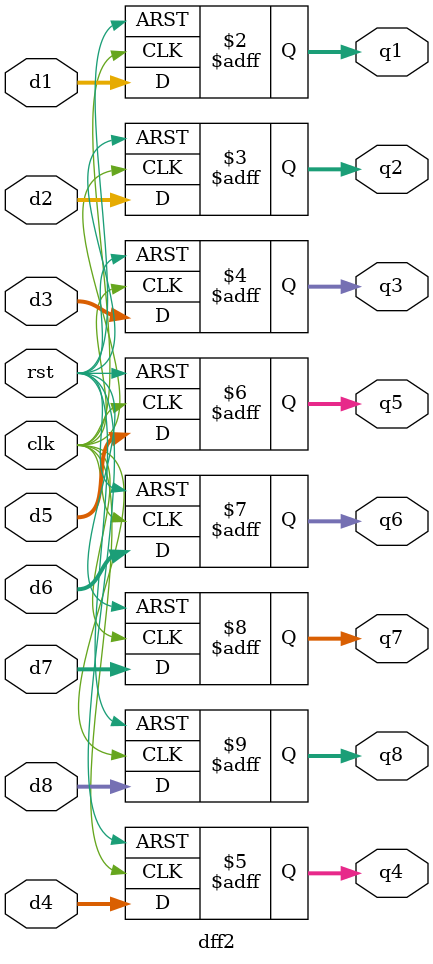
<source format=v>
module dff2
#(parameter n = 35)
(input clk,rst,
    input signed[n-1:0] d1,d2,d3,d4,d5,d6,d7,d8,
    output reg signed[n-1:0] q1,q2,q3,q4,q5,q6,q7,q8
);

    always@(posedge clk,posedge rst)
    if(rst)
        begin
            q1<=0;
            q2<=0;
            q3<=0;
            q4<=0;
            q5<=0;
            q6<=0;
            q7<=0;
            q8<=0;
        end
    else
        begin
            q1<=d1;
            q2<=d2;
            q3<=d3;
            q4<=d4;
            q5<=d5;
            q6<=d6;
            q7<=d7;
            q8<=d8;
        end

endmodule

</source>
